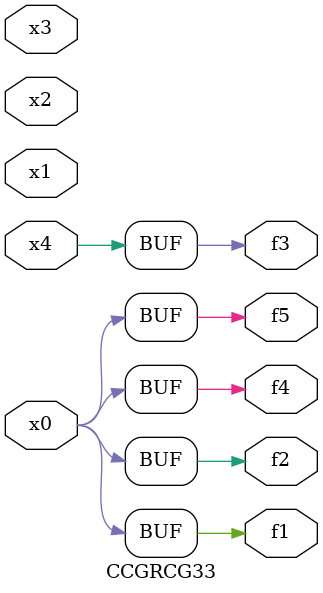
<source format=v>
module CCGRCG33(
	input x0, x1, x2, x3, x4,
	output f1, f2, f3, f4, f5
);
	assign f1 = x0;
	assign f2 = x0;
	assign f3 = x4;
	assign f4 = x0;
	assign f5 = x0;
endmodule

</source>
